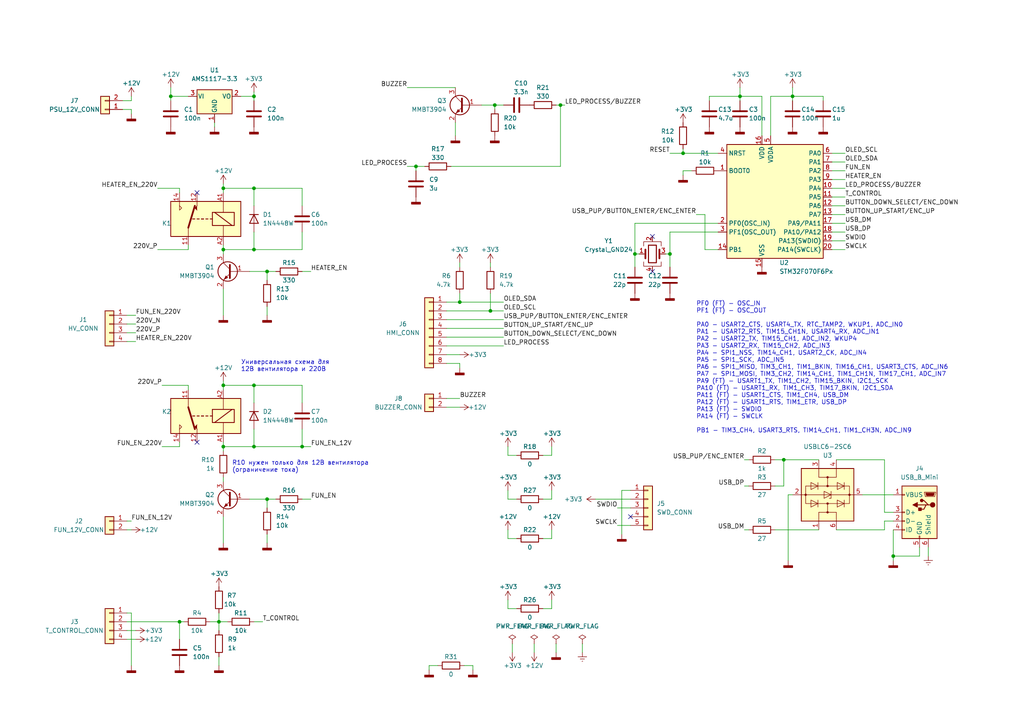
<source format=kicad_sch>
(kicad_sch (version 20211123) (generator eeschema)
  (paper "A4")
  (lib_symbols
    (symbol "Connector:USB_B_Mini" (pin_names (offset 1.016))
      (property "Reference" "J" (at -5.08 11.43 0))
      (property "Value" "USB_B_Mini" (at -5.08 8.89 0))
      (symbol "USB_B_Mini_1_1"
        (pin power_out line (at 7.62 5.08 180) (length 2.54) (name "VBUS") (number "1"))
        (pin bidirectional line (at 7.62 -2.54 180) (length 2.54) (name "D-") (number "2"))
        (pin bidirectional line (at 7.62 0 180) (length 2.54) (name "D+") (number "3"))
        (pin passive line (at 7.62 -5.08 180) (length 2.54) (name "ID") (number "4"))
        (pin power_out line (at 0 -10.16 90) (length 2.54) (name "GND") (number "5"))
        (pin passive line (at -2.54 -10.16 90) (length 2.54) (name "Shield") (number "6"))
      )
    )
    (symbol "Connector_Generic:Conn_01x02" (pin_names (offset 1.016) hide)
      (property "Reference" "J" (at 0 2.54 0))
      (property "Value" "Conn_01x02" (at 0 -5.08 0))
      (symbol "Conn_01x02_1_1"
        (pin passive line (at -5.08 0 0) (length 3.81) (name "Pin_1") (number "1"))
        (pin passive line (at -5.08 -2.54 0) (length 3.81) (name "Pin_2") (number "2"))
      )
    )
    (symbol "Connector_Generic:Conn_01x04" (pin_names (offset 1.016) hide)
      (property "Reference" "J" (at 0 5.08 0))
      (property "Value" "Conn_01x04" (at 0 -7.62 0))
      (symbol "Conn_01x04_1_1"
        (pin passive line (at -5.08 2.54 0) (length 3.81) (name "Pin_1") (number "1"))
        (pin passive line (at -5.08 0 0) (length 3.81) (name "Pin_2") (number "2"))
        (pin passive line (at -5.08 -2.54 0) (length 3.81) (name "Pin_3") (number "3"))
        (pin passive line (at -5.08 -5.08 0) (length 3.81) (name "Pin_4") (number "4"))
      )
    )
    (symbol "Connector_Generic:Conn_01x05" (pin_names (offset 1.016) hide)
      (property "Reference" "J" (at 0 7.62 0))
      (property "Value" "Conn_01x05" (at 0 -7.62 0))
      (symbol "Conn_01x05_1_1"
        (pin passive line (at -5.08 5.08 0) (length 3.81) (name "Pin_1") (number "1"))
        (pin passive line (at -5.08 2.54 0) (length 3.81) (name "Pin_2") (number "2"))
        (pin passive line (at -5.08 0 0) (length 3.81) (name "Pin_3") (number "3"))
        (pin passive line (at -5.08 -2.54 0) (length 3.81) (name "Pin_4") (number "4"))
        (pin passive line (at -5.08 -5.08 0) (length 3.81) (name "Pin_5") (number "5"))
      )
    )
    (symbol "Connector_Generic:Conn_01x08" (pin_names (offset 1.016) hide)
      (property "Reference" "J" (at 0 10.16 0))
      (property "Value" "Conn_01x08" (at 0 -12.7 0))
      (symbol "Conn_01x08_1_1"
        (pin passive line (at -5.08 7.62 0) (length 3.81) (name "Pin_1") (number "1"))
        (pin passive line (at -5.08 5.08 0) (length 3.81) (name "Pin_2") (number "2"))
        (pin passive line (at -5.08 2.54 0) (length 3.81) (name "Pin_3") (number "3"))
        (pin passive line (at -5.08 0 0) (length 3.81) (name "Pin_4") (number "4"))
        (pin passive line (at -5.08 -2.54 0) (length 3.81) (name "Pin_5") (number "5"))
        (pin passive line (at -5.08 -5.08 0) (length 3.81) (name "Pin_6") (number "6"))
        (pin passive line (at -5.08 -7.62 0) (length 3.81) (name "Pin_7") (number "7"))
        (pin passive line (at -5.08 -10.16 0) (length 3.81) (name "Pin_8") (number "8"))
      )
    )
    (symbol "Device:C" (pin_numbers hide) (pin_names (offset 0.254))
      (property "Reference" "C" (at 0.635 2.54 0))
      (property "Value" "C" (at 0.635 -2.54 0))
      (symbol "C_1_1"
        (pin passive line (at 0 3.81 270) (length 2.794) (name "~") (number "1"))
        (pin passive line (at 0 -3.81 90) (length 2.794) (name "~") (number "2"))
      )
    )
    (symbol "Device:Crystal_GND24" (pin_names (offset 1.016) hide)
      (property "Reference" "Y" (at 3.175 5.08 0))
      (property "Value" "Crystal_GND24" (at 3.175 3.175 0))
      (symbol "Crystal_GND24_1_1"
        (pin passive line (at -3.81 0 0) (length 1.27) (name "1") (number "1"))
        (pin passive line (at 0 5.08 270) (length 1.27) (name "2") (number "2"))
        (pin passive line (at 3.81 0 180) (length 1.27) (name "3") (number "3"))
        (pin passive line (at 0 -5.08 90) (length 1.27) (name "4") (number "4"))
      )
    )
    (symbol "Device:R" (pin_numbers hide) (pin_names (offset 0))
      (property "Reference" "R" (at 2.032 0 90))
      (property "Value" "R" (at 0 0 90))
      (symbol "R_1_1"
        (pin passive line (at 0 3.81 270) (length 1.27) (name "~") (number "1"))
        (pin passive line (at 0 -3.81 90) (length 1.27) (name "~") (number "2"))
      )
    )
    (symbol "Diode:1N4448W" (pin_numbers hide) (pin_names (offset 1.016) hide)
      (property "Reference" "D" (at 0 2.54 0))
      (property "Value" "1N4448W" (at 0 -2.54 0))
      (symbol "1N4448W_1_1"
        (pin passive line (at -3.81 0 0) (length 2.54) (name "K") (number "1"))
        (pin passive line (at 3.81 0 180) (length 2.54) (name "A") (number "2"))
      )
    )
    (symbol "MCU_ST_STM32F0:STM32F070F6Px"
      (property "Reference" "U?" (at -3.0606 -20.32 0))
      (property "Value" "STM32F070F6Px" (at -3.0606 -22.86 0))
      (symbol "STM32F070F6Px_1_1"
        (pin input line (at -17.78 7.62 0) (length 2.54) (name "BOOT0") (number "1"))
        (pin bidirectional line (at 15.24 2.54 180) (length 2.54) (name "PA4") (number "10"))
        (pin bidirectional line (at 15.24 0 180) (length 2.54) (name "PA5") (number "11"))
        (pin bidirectional line (at 15.24 -2.54 180) (length 2.54) (name "PA6") (number "12"))
        (pin bidirectional line (at 15.24 -5.08 180) (length 2.54) (name "PA7") (number "13"))
        (pin bidirectional line (at -17.78 -15.24 0) (length 2.54) (name "PB1") (number "14"))
        (pin power_in line (at -5.08 -20.32 90) (length 2.54) (name "VSS") (number "15"))
        (pin power_in line (at -5.08 17.78 270) (length 2.54) (name "VDD") (number "16"))
        (pin bidirectional line (at 15.24 -7.62 180) (length 2.54) (name "PA9/PA11") (number "17"))
        (pin bidirectional line (at 15.24 -10.16 180) (length 2.54) (name "PA10/PA12") (number "18"))
        (pin bidirectional line (at 15.24 -12.7 180) (length 2.54) (name "PA13(SWDIO)") (number "19"))
        (pin input line (at -17.78 -7.62 0) (length 2.54) (name "PF0(OSC_IN)") (number "2"))
        (pin bidirectional line (at 15.24 -15.24 180) (length 2.54) (name "PA14(SWCLK)") (number "20"))
        (pin input line (at -17.78 -10.16 0) (length 2.54) (name "PF1(OSC_OUT)") (number "3"))
        (pin input line (at -17.78 12.7 0) (length 2.54) (name "NRST") (number "4"))
        (pin power_in line (at -2.54 17.78 270) (length 2.54) (name "VDDA") (number "5"))
        (pin bidirectional line (at 15.24 12.7 180) (length 2.54) (name "PA0") (number "6"))
        (pin bidirectional line (at 15.24 10.16 180) (length 2.54) (name "PA1") (number "7"))
        (pin bidirectional line (at 15.24 7.62 180) (length 2.54) (name "PA2") (number "8"))
        (pin bidirectional line (at 15.24 5.08 180) (length 2.54) (name "PA3") (number "9"))
      )
    )
    (symbol "Power_Protection:USBLC6-2SC6" (pin_names hide)
      (property "Reference" "U" (at 2.54 8.89 0))
      (property "Value" "USBLC6-2SC6" (at 2.54 -8.89 0))
      (symbol "USBLC6-2SC6_1_1"
        (pin passive line (at -10.16 -2.54 0) (length 2.54) (name "I/O1") (number "1"))
        (pin passive line (at 0 -10.16 90) (length 2.54) (name "GND") (number "2"))
        (pin passive line (at 10.16 -2.54 180) (length 2.54) (name "I/O2") (number "3"))
        (pin passive line (at 10.16 2.54 180) (length 2.54) (name "I/O2") (number "4"))
        (pin passive line (at 0 10.16 270) (length 2.54) (name "VBUS") (number "5"))
        (pin passive line (at -10.16 2.54 0) (length 2.54) (name "I/O1") (number "6"))
      )
    )
    (symbol "Regulator_Linear:AMS1117-3.3" (pin_names (offset 0.254))
      (property "Reference" "U" (at -3.81 3.175 0))
      (property "Value" "AMS1117-3.3" (at 0 3.175 0))
      (symbol "AMS1117-3.3_1_1"
        (pin power_in line (at 0 -7.62 90) (length 2.54) (name "GND") (number "1"))
        (pin power_out line (at 7.62 0 180) (length 2.54) (name "VO") (number "2"))
        (pin power_in line (at -7.62 0 0) (length 2.54) (name "VI") (number "3"))
      )
    )
    (symbol "Relay:FINDER-36.11"
      (property "Reference" "K" (at 11.43 3.81 0))
      (property "Value" "FINDER-36.11" (at 11.43 1.27 0))
      (symbol "FINDER-36.11_1_1"
        (pin passive line (at 5.08 -7.62 90) (length 2.54) (name "~") (number "11"))
        (pin passive line (at 2.54 7.62 270) (length 2.54) (name "~") (number "12"))
        (pin passive line (at 7.62 7.62 270) (length 2.54) (name "~") (number "14"))
        (pin passive line (at -5.08 7.62 270) (length 2.54) (name "~") (number "A1"))
        (pin passive line (at -5.08 -7.62 90) (length 2.54) (name "~") (number "A2"))
      )
    )
    (symbol "Transistor_BJT:MMBT3904" (pin_names (offset 0) hide)
      (property "Reference" "Q" (at 5.08 1.905 0))
      (property "Value" "MMBT3904" (at 5.08 0 0))
      (symbol "MMBT3904_1_1"
        (pin input line (at -5.08 0 0) (length 5.715) (name "B") (number "1"))
        (pin passive line (at 2.54 -5.08 90) (length 2.54) (name "E") (number "2"))
        (pin passive line (at 2.54 5.08 270) (length 2.54) (name "C") (number "3"))
      )
    )
    (symbol "power:+12V" (power) (pin_names (offset 0))
      (property "Value" "+12V" (at 0 3.556 0))
      (symbol "+12V_1_1"
        (pin power_in line (at 0 0 90) (length 0) hide (name "+12V") (number "1"))
      )
    )
    (symbol "power:+3.3V" (power) (pin_names (offset 0))
      (property "Value" "+3.3V" (at 0 3.556 0))
      (symbol "+3.3V_1_1"
        (pin power_in line (at 0 0 90) (length 0) hide (name "+3V3") (number "1"))
      )
    )
    (symbol "power:GNDD" (power) (pin_names (offset 0))
      (property "Value" "GNDD" (at 0 -3.175 0))
      (symbol "GNDD_1_1"
        (pin power_in line (at 0 0 270) (length 0) hide (name "GNDD") (number "1"))
      )
    )
    (symbol "power:GNDREF" (power) (pin_names (offset 0))
      (property "Value" "GNDREF" (at 0 -3.81 0))
      (symbol "GNDREF_1_1"
        (pin power_in line (at 0 0 270) (length 0) hide (name "GNDREF") (number "1"))
      )
    )
    (symbol "power:PWR_FLAG" (power) (pin_numbers hide) (pin_names (offset 0) hide)
      (property "Value" "PWR_FLAG" (at 0 3.81 0))
      (symbol "PWR_FLAG_0_0"
        (pin power_out line (at 0 0 90) (length 0) (name "pwr") (number "1"))
      )
    )
  )
  (junction (at 73.66 27.94))
  (junction (at 143.51 30.48))
  (junction (at 77.47 144.78))
  (junction (at 120.65 48.26))
  (junction (at 73.66 111.76))
  (junction (at 73.66 54.61))
  (junction (at 162.56 30.48))
  (junction (at 87.63 129.54))
  (junction (at 214.63 27.94))
  (junction (at 77.47 78.74))
  (junction (at 73.66 72.39))
  (junction (at 73.66 129.54))
  (junction (at 142.24 90.17))
  (junction (at 63.5 180.34))
  (junction (at 133.35 87.63))
  (junction (at 259.08 161.29))
  (junction (at 52.07 180.34))
  (junction (at 64.77 54.61))
  (junction (at 49.53 27.94))
  (junction (at 229.87 27.94))
  (junction (at 184.15 73.66))
  (junction (at 64.77 111.76))
  (junction (at 194.31 73.66))
  (junction (at 198.12 44.45))
  (junction (at 64.77 129.54))
  (junction (at 227.33 133.35))
  (junction (at 64.77 72.39))
  (no_connect (at 57.15 55.88))
  (no_connect (at 57.15 128.27))
  (no_connect (at 189.23 68.58))
  (no_connect (at 189.23 78.74))
  (no_connect (at 182.88 149.86))
  (wire (pts (xy 87.63 129.54) (xy 90.17 129.54)))
  (wire (pts (xy 147.32 176.53) (xy 147.32 173.99)))
  (wire (pts (xy 77.47 78.74) (xy 72.39 78.74)))
  (wire (pts (xy 49.53 27.94) (xy 49.53 29.21)))
  (wire (pts (xy 160.02 176.53) (xy 160.02 173.99)))
  (wire (pts (xy 133.35 85.09) (xy 133.35 87.63)))
  (wire (pts (xy 38.1 31.75) (xy 38.1 33.02)))
  (wire (pts (xy 146.05 87.63) (xy 133.35 87.63)))
  (wire (pts (xy 36.83 91.44) (xy 39.37 91.44)))
  (wire (pts (xy 73.66 129.54) (xy 87.63 129.54)))
  (wire (pts (xy 241.3 52.07) (xy 245.11 52.07)))
  (wire (pts (xy 64.77 54.61) (xy 64.77 55.88)))
  (wire (pts (xy 198.12 44.45) (xy 208.28 44.45)))
  (wire (pts (xy 168.91 186.69) (xy 168.91 189.23)))
  (wire (pts (xy 245.11 57.15) (xy 241.3 57.15)))
  (wire (pts (xy 214.63 25.4) (xy 214.63 27.94)))
  (wire (pts (xy 245.11 54.61) (xy 241.3 54.61)))
  (wire (pts (xy 49.53 27.94) (xy 54.61 27.94)))
  (wire (pts (xy 90.17 78.74) (xy 87.63 78.74)))
  (wire (pts (xy 241.3 49.53) (xy 245.11 49.53)))
  (wire (pts (xy 46.99 129.54) (xy 52.07 129.54)))
  (wire (pts (xy 39.37 99.06) (xy 36.83 99.06)))
  (wire (pts (xy 223.52 27.94) (xy 229.87 27.94)))
  (wire (pts (xy 238.76 27.94) (xy 229.87 27.94)))
  (wire (pts (xy 242.57 153.67) (xy 256.54 153.67)))
  (wire (pts (xy 118.11 25.4) (xy 132.08 25.4)))
  (wire (pts (xy 204.47 62.23) (xy 201.93 62.23)))
  (wire (pts (xy 60.96 180.34) (xy 63.5 180.34)))
  (wire (pts (xy 160.02 144.78) (xy 160.02 142.24)))
  (wire (pts (xy 77.47 88.9) (xy 77.47 91.44)))
  (wire (pts (xy 142.24 85.09) (xy 142.24 90.17)))
  (wire (pts (xy 129.54 102.87) (xy 133.35 102.87)))
  (wire (pts (xy 63.5 193.04) (xy 63.5 190.5)))
  (wire (pts (xy 205.74 29.21) (xy 205.74 27.94)))
  (wire (pts (xy 87.63 54.61) (xy 73.66 54.61)))
  (wire (pts (xy 87.63 111.76) (xy 73.66 111.76)))
  (wire (pts (xy 147.32 132.08) (xy 147.32 129.54)))
  (wire (pts (xy 64.77 72.39) (xy 64.77 71.12)))
  (wire (pts (xy 149.86 156.21) (xy 147.32 156.21)))
  (wire (pts (xy 143.51 30.48) (xy 146.05 30.48)))
  (wire (pts (xy 179.07 152.4) (xy 182.88 152.4)))
  (wire (pts (xy 205.74 27.94) (xy 214.63 27.94)))
  (wire (pts (xy 266.7 161.29) (xy 259.08 161.29)))
  (wire (pts (xy 229.87 27.94) (xy 229.87 29.21)))
  (wire (pts (xy 245.11 46.99) (xy 241.3 46.99)))
  (wire (pts (xy 127 193.04) (xy 124.46 193.04)))
  (wire (pts (xy 54.61 113.03) (xy 54.61 111.76)))
  (wire (pts (xy 124.46 193.04) (xy 124.46 194.31)))
  (wire (pts (xy 73.66 54.61) (xy 64.77 54.61)))
  (wire (pts (xy 198.12 43.18) (xy 198.12 44.45)))
  (wire (pts (xy 73.66 116.84) (xy 73.66 111.76)))
  (wire (pts (xy 162.56 48.26) (xy 162.56 30.48)))
  (wire (pts (xy 129.54 95.25) (xy 146.05 95.25)))
  (wire (pts (xy 49.53 25.4) (xy 49.53 27.94)))
  (wire (pts (xy 39.37 182.88) (xy 36.83 182.88)))
  (wire (pts (xy 77.47 154.94) (xy 77.47 157.48)))
  (wire (pts (xy 142.24 90.17) (xy 146.05 90.17)))
  (wire (pts (xy 157.48 132.08) (xy 160.02 132.08)))
  (wire (pts (xy 227.33 140.97) (xy 224.79 140.97)))
  (wire (pts (xy 194.31 67.31) (xy 194.31 73.66)))
  (wire (pts (xy 52.07 55.88) (xy 52.07 54.61)))
  (wire (pts (xy 133.35 87.63) (xy 129.54 87.63)))
  (wire (pts (xy 130.81 48.26) (xy 162.56 48.26)))
  (wire (pts (xy 87.63 67.31) (xy 87.63 72.39)))
  (wire (pts (xy 137.16 193.04) (xy 137.16 194.31)))
  (wire (pts (xy 160.02 132.08) (xy 160.02 129.54)))
  (wire (pts (xy 214.63 27.94) (xy 214.63 29.21)))
  (wire (pts (xy 120.65 48.26) (xy 120.65 49.53)))
  (wire (pts (xy 147.32 156.21) (xy 147.32 153.67)))
  (wire (pts (xy 241.3 59.69) (xy 245.11 59.69)))
  (wire (pts (xy 64.77 129.54) (xy 64.77 128.27)))
  (wire (pts (xy 64.77 149.86) (xy 64.77 157.48)))
  (wire (pts (xy 224.79 153.67) (xy 237.49 153.67)))
  (wire (pts (xy 77.47 144.78) (xy 77.47 147.32)))
  (wire (pts (xy 157.48 144.78) (xy 160.02 144.78)))
  (wire (pts (xy 256.54 148.59) (xy 256.54 133.35)))
  (wire (pts (xy 76.2 180.34) (xy 73.66 180.34)))
  (wire (pts (xy 129.54 118.11) (xy 133.35 118.11)))
  (wire (pts (xy 220.98 39.37) (xy 220.98 27.94)))
  (wire (pts (xy 38.1 177.8) (xy 36.83 177.8)))
  (wire (pts (xy 143.51 226.06) (xy 143.51 227.33)))
  (wire (pts (xy 63.5 177.8) (xy 63.5 180.34)))
  (wire (pts (xy 64.77 83.82) (xy 64.77 91.44)))
  (wire (pts (xy 143.51 30.48) (xy 143.51 31.75)))
  (wire (pts (xy 36.83 96.52) (xy 39.37 96.52)))
  (wire (pts (xy 162.56 30.48) (xy 163.83 30.48)))
  (wire (pts (xy 132.08 39.37) (xy 132.08 35.56)))
  (wire (pts (xy 149.86 132.08) (xy 147.32 132.08)))
  (wire (pts (xy 259.08 148.59) (xy 256.54 148.59)))
  (wire (pts (xy 36.83 180.34) (xy 52.07 180.34)))
  (wire (pts (xy 87.63 124.46) (xy 87.63 129.54)))
  (wire (pts (xy 184.15 64.77) (xy 208.28 64.77)))
  (wire (pts (xy 73.66 111.76) (xy 64.77 111.76)))
  (wire (pts (xy 54.61 72.39) (xy 54.61 71.12)))
  (wire (pts (xy 77.47 78.74) (xy 77.47 81.28)))
  (wire (pts (xy 184.15 64.77) (xy 184.15 73.66)))
  (wire (pts (xy 256.54 153.67) (xy 256.54 151.13)))
  (wire (pts (xy 38.1 31.75) (xy 35.56 31.75)))
  (wire (pts (xy 73.66 27.94) (xy 73.66 26.67)))
  (wire (pts (xy 242.57 133.35) (xy 256.54 133.35)))
  (wire (pts (xy 180.34 154.94) (xy 180.34 142.24)))
  (wire (pts (xy 45.72 72.39) (xy 54.61 72.39)))
  (wire (pts (xy 64.77 129.54) (xy 64.77 130.81)))
  (wire (pts (xy 73.66 67.31) (xy 73.66 72.39)))
  (wire (pts (xy 36.83 185.42) (xy 39.37 185.42)))
  (wire (pts (xy 129.54 97.79) (xy 146.05 97.79)))
  (wire (pts (xy 80.01 144.78) (xy 77.47 144.78)))
  (wire (pts (xy 80.01 78.74) (xy 77.47 78.74)))
  (wire (pts (xy 250.19 143.51) (xy 259.08 143.51)))
  (wire (pts (xy 134.62 193.04) (xy 137.16 193.04)))
  (wire (pts (xy 63.5 180.34) (xy 66.04 180.34)))
  (wire (pts (xy 64.77 110.49) (xy 64.77 111.76)))
  (wire (pts (xy 172.72 144.78) (xy 182.88 144.78)))
  (wire (pts (xy 64.77 72.39) (xy 64.77 73.66)))
  (wire (pts (xy 38.1 177.8) (xy 38.1 193.04)))
  (wire (pts (xy 229.87 25.4) (xy 229.87 27.94)))
  (wire (pts (xy 204.47 72.39) (xy 204.47 62.23)))
  (wire (pts (xy 160.02 156.21) (xy 160.02 153.67)))
  (wire (pts (xy 87.63 116.84) (xy 87.63 111.76)))
  (wire (pts (xy 133.35 76.2) (xy 133.35 77.47)))
  (wire (pts (xy 259.08 161.29) (xy 259.08 162.56)))
  (wire (pts (xy 118.11 48.26) (xy 120.65 48.26)))
  (wire (pts (xy 161.29 186.69) (xy 161.29 189.23)))
  (wire (pts (xy 73.66 59.69) (xy 73.66 54.61)))
  (wire (pts (xy 73.66 72.39) (xy 64.77 72.39)))
  (wire (pts (xy 64.77 138.43) (xy 64.77 139.7)))
  (wire (pts (xy 224.79 133.35) (xy 227.33 133.35)))
  (wire (pts (xy 130.81 226.06) (xy 130.81 227.33)))
  (wire (pts (xy 142.24 90.17) (xy 129.54 90.17)))
  (wire (pts (xy 217.17 133.35) (xy 215.9 133.35)))
  (wire (pts (xy 87.63 59.69) (xy 87.63 54.61)))
  (wire (pts (xy 54.61 111.76) (xy 46.99 111.76)))
  (wire (pts (xy 200.66 49.53) (xy 198.12 49.53)))
  (wire (pts (xy 259.08 153.67) (xy 259.08 161.29)))
  (wire (pts (xy 269.24 158.75) (xy 269.24 161.29)))
  (wire (pts (xy 149.86 176.53) (xy 147.32 176.53)))
  (wire (pts (xy 38.1 29.21) (xy 38.1 27.94)))
  (wire (pts (xy 227.33 133.35) (xy 237.49 133.35)))
  (wire (pts (xy 73.66 124.46) (xy 73.66 129.54)))
  (wire (pts (xy 227.33 133.35) (xy 227.33 140.97)))
  (wire (pts (xy 142.24 76.2) (xy 142.24 77.47)))
  (wire (pts (xy 198.12 49.53) (xy 198.12 50.8)))
  (wire (pts (xy 194.31 44.45) (xy 198.12 44.45)))
  (wire (pts (xy 129.54 92.71) (xy 146.05 92.71)))
  (wire (pts (xy 38.1 151.13) (xy 36.83 151.13)))
  (wire (pts (xy 154.94 186.69) (xy 154.94 189.23)))
  (wire (pts (xy 208.28 67.31) (xy 194.31 67.31)))
  (wire (pts (xy 77.47 144.78) (xy 72.39 144.78)))
  (wire (pts (xy 241.3 62.23) (xy 245.11 62.23)))
  (wire (pts (xy 38.1 153.67) (xy 36.83 153.67)))
  (wire (pts (xy 241.3 72.39) (xy 245.11 72.39)))
  (wire (pts (xy 223.52 39.37) (xy 223.52 27.94)))
  (wire (pts (xy 266.7 158.75) (xy 266.7 161.29)))
  (wire (pts (xy 64.77 111.76) (xy 64.77 113.03)))
  (wire (pts (xy 217.17 153.67) (xy 215.9 153.67)))
  (wire (pts (xy 228.6 143.51) (xy 229.87 143.51)))
  (wire (pts (xy 238.76 29.21) (xy 238.76 27.94)))
  (wire (pts (xy 120.65 48.26) (xy 123.19 48.26)))
  (wire (pts (xy 184.15 73.66) (xy 184.15 77.47)))
  (wire (pts (xy 129.54 100.33) (xy 146.05 100.33)))
  (wire (pts (xy 129.54 115.57) (xy 133.35 115.57)))
  (wire (pts (xy 228.6 162.56) (xy 228.6 143.51)))
  (wire (pts (xy 245.11 44.45) (xy 241.3 44.45)))
  (wire (pts (xy 36.83 93.98) (xy 39.37 93.98)))
  (wire (pts (xy 220.98 27.94) (xy 214.63 27.94)))
  (wire (pts (xy 256.54 151.13) (xy 259.08 151.13)))
  (wire (pts (xy 193.04 73.66) (xy 194.31 73.66)))
  (wire (pts (xy 52.07 180.34) (xy 53.34 180.34)))
  (wire (pts (xy 161.29 30.48) (xy 162.56 30.48)))
  (wire (pts (xy 241.3 69.85) (xy 245.11 69.85)))
  (wire (pts (xy 157.48 156.21) (xy 160.02 156.21)))
  (wire (pts (xy 52.07 180.34) (xy 52.07 185.42)))
  (wire (pts (xy 52.07 54.61) (xy 45.72 54.61)))
  (wire (pts (xy 148.59 186.69) (xy 148.59 189.23)))
  (wire (pts (xy 241.3 67.31) (xy 245.11 67.31)))
  (wire (pts (xy 157.48 176.53) (xy 160.02 176.53)))
  (wire (pts (xy 217.17 140.97) (xy 215.9 140.97)))
  (wire (pts (xy 133.35 226.06) (xy 130.81 226.06)))
  (wire (pts (xy 133.35 105.41) (xy 133.35 106.68)))
  (wire (pts (xy 179.07 147.32) (xy 182.88 147.32)))
  (wire (pts (xy 208.28 72.39) (xy 204.47 72.39)))
  (wire (pts (xy 73.66 129.54) (xy 64.77 129.54)))
  (wire (pts (xy 35.56 29.21) (xy 38.1 29.21)))
  (wire (pts (xy 63.5 180.34) (xy 63.5 182.88)))
  (wire (pts (xy 129.54 105.41) (xy 133.35 105.41)))
  (wire (pts (xy 87.63 72.39) (xy 73.66 72.39)))
  (wire (pts (xy 184.15 73.66) (xy 185.42 73.66)))
  (wire (pts (xy 241.3 64.77) (xy 245.11 64.77)))
  (wire (pts (xy 64.77 53.34) (xy 64.77 54.61)))
  (wire (pts (xy 52.07 129.54) (xy 52.07 128.27)))
  (wire (pts (xy 194.31 73.66) (xy 194.31 77.47)))
  (wire (pts (xy 149.86 144.78) (xy 147.32 144.78)))
  (wire (pts (xy 73.66 27.94) (xy 73.66 29.21)))
  (wire (pts (xy 139.7 30.48) (xy 143.51 30.48)))
  (wire (pts (xy 180.34 142.24) (xy 182.88 142.24)))
  (wire (pts (xy 69.85 27.94) (xy 73.66 27.94)))
  (wire (pts (xy 90.17 144.78) (xy 87.63 144.78)))
  (wire (pts (xy 147.32 144.78) (xy 147.32 142.24)))
  (wire (pts (xy 140.97 226.06) (xy 143.51 226.06)))
  (wire (pts (xy 62.23 35.56) (xy 62.23 36.83)))
  (text "Универсальная схема для\n12В вентилятора и 220В" (at 69.85 107.95 0) (effects (font (size 1.27 1.27)) (justify left bottom)))
  (text "PF0 (FT) - OSC_IN\nPF1 (FT) - OSC_OUT\n\nPA0 - USART2_CTS, USART4_TX, RTC_TAMP2, WKUP1, ADC_IN0\nPA1 - USART2_RTS, TIM15_CH1N, USART4_RX, ADC_IN1\nPA2 - USART2_TX, TIM15_CH1, ADC_IN2, WKUP4\nPA3 - USART2_RX, TIM15_CH2, ADC_IN3\nPA4 - SPI1_NSS, TIM14_CH1, USART2_CK, ADC_IN4\nPA5 - SPI1_SCK, ADC_IN5\nPA6 - SPI1_MISO, TIM3_CH1, TIM1_BKIN, TIM16_CH1, USART3_CTS, ADC_IN6\nPA7 - SPI1_MOSI, TIM3_CH2, TIM14_CH1, TIM1_CH1N, TIM17_CH1, ADC_IN7\nPA9 (FT) - USART1_TX, TIM1_CH2, TIM15_BKIN, I2C1_SCK\nPA10 (FT) - USART1_RX, TIM1_CH3, TIM17_BKIN, I2C1_SDA\nPA11 (FT) - USART1_CTS, TIM1_CH4, USB_DM\nPA12 (FT) - USART1_RTS, TIM1_ETR, USB_DP\nPA13 (FT) - SWDIO\nPA14 (FT) - SWCLK\n\nPB1 - TIM3_CH4, USART3_RTS, TIM14_CH1, TIM1_CH3N, ADC_IN9" (at 201.93 125.73 0) (effects (font (size 1.27 1.27)) (justify left bottom)))
  (text "R10 нужен только для 12В вентилятора\n(ограничение тока)" (at 67.31 137.16 0) (effects (font (size 1.27 1.27)) (justify left bottom)))
  (label "FUN_EN_220V" (at 39.37 91.44 0))
  (label "USB_DM" (at 215.9 153.67 180))
  (label "SWDIO" (at 179.07 147.32 180))
  (label "RESET" (at 194.31 44.45 180))
  (label "220V_P" (at 46.99 111.76 180))
  (label "T_CONTROL" (at 76.2 180.34 0))
  (label "OLED_SCL" (at 245.11 44.45 0))
  (label "BUTTON_DOWN_SELECT{slash}ENC_DOWN" (at 146.05 97.79 0))
  (label "HEATER_EN_220V" (at 39.37 99.06 0))
  (label "FUN_EN" (at 90.17 144.78 0))
  (label "T_CONTROL" (at 245.11 57.15 0))
  (label "BUZZER" (at 118.11 25.4 180))
  (label "HEATER_EN_220V" (at 45.72 54.61 180))
  (label "USB_PUP{slash}ENC_ENTER" (at 215.9 133.35 180))
  (label "BUTTON_UP_START{slash}ENC_UP" (at 146.05 95.25 0))
  (label "FUN_EN_12V" (at 90.17 129.54 0))
  (label "220V_N" (at 39.37 93.98 0))
  (label "FUN_EN_12V" (at 38.1 151.13 0))
  (label "FUN_EN_220V" (at 46.99 129.54 180))
  (label "220V_P" (at 39.37 96.52 0))
  (label "OLED_SCL" (at 146.05 90.17 0))
  (label "BUZZER" (at 133.35 115.57 0))
  (label "USB_DP" (at 215.9 140.97 180))
  (label "LED_PROCESS{slash}BUZZER" (at 163.83 30.48 0))
  (label "LED_PROCESS{slash}BUZZER" (at 245.11 54.61 0))
  (label "FUN_EN" (at 245.11 49.53 0))
  (label "LED_PROCESS" (at 146.05 100.33 0))
  (label "LED_PROCESS" (at 118.11 48.26 180))
  (label "SWDIO" (at 245.11 69.85 0))
  (label "USB_PUP{slash}BUTTON_ENTER{slash}ENC_ENTER" (at 201.93 62.23 180))
  (label "HEATER_EN" (at 90.17 78.74 0))
  (label "USB_DP" (at 245.11 67.31 0))
  (label "SWCLK" (at 245.11 72.39 0))
  (label "USB_DM" (at 245.11 64.77 0))
  (label "OLED_SDA" (at 146.05 87.63 0))
  (label "BUTTON_UP_START{slash}ENC_UP" (at 245.11 62.23 0))
  (label "USB_PUP{slash}BUTTON_ENTER{slash}ENC_ENTER" (at 146.05 92.71 0))
  (label "220V_P" (at 45.72 72.39 180))
  (label "BUTTON_DOWN_SELECT{slash}ENC_DOWN" (at 245.11 59.69 0))
  (label "OLED_SDA" (at 245.11 46.99 0))
  (label "HEATER_EN" (at 245.11 52.07 0))
  (label "SWCLK" (at 179.07 152.4 180))
  (symbol (lib_id "Device:R") (at 198.12 39.37 0) (mirror y) (unit 1)
    (property "Reference" "R12" (at 195.58 38.0999 0) (effects (justify left)))
    (property "Value" "10k" (at 195.58 40.6399 0) (effects (justify left)))
    (property "Footprint" "Resistor_SMD:R_0805_2012Metric" (effects hide))
  )
  (symbol (lib_id "power:+3.3V") (at 142.24 76.2 0) (mirror y) (unit 1)
    (property "Reference" "#PWR036" (effects hide))
    (property "Value" "+3.3V" (at 144.78 72.39 0) (effects (justify left)))
  )
  (symbol (lib_id "Device:R") (at 153.67 144.78 90) (unit 1)
    (property "Reference" "R27" (at 153.67 142.24 90))
    (property "Value" "0" (at 153.67 147.32 90))
    (property "Footprint" "Resistor_SMD:R_1206_3216Metric" (effects hide))
  )
  (symbol (lib_id "power:PWR_FLAG") (at 154.94 186.69 0) (unit 1)
    (property "Reference" "#FLG0102" (effects hide))
    (property "Value" "PWR_FLAG" (at 154.94 181.61 0))
  )
  (symbol (lib_id "power:GNDD") (at 132.08 39.37 0) (unit 1)
    (property "Reference" "#PWR032" (effects hide))
    (property "Value" "GNDD" (effects hide))
  )
  (symbol (lib_id "Device:R") (at 63.5 173.99 0) (mirror y) (unit 1)
    (property "Reference" "R7" (at 68.58 172.72 0) (effects (justify left)))
    (property "Value" "10k" (at 68.58 175.26 0) (effects (justify left)))
    (property "Footprint" "Resistor_SMD:R_0805_2012Metric" (effects hide))
  )
  (symbol (lib_id "Connector_Generic:Conn_01x08") (at 124.46 95.25 0) (mirror y) (unit 1)
    (property "Reference" "J6" (at 116.84 93.98 0))
    (property "Value" "HMI_CONN" (at 116.84 96.52 0))
    (property "Footprint" "Connector_PinHeader_2.54mm:PinHeader_1x08_P2.54mm_Horizontal" (effects hide))
  )
  (symbol (lib_id "power:PWR_FLAG") (at 148.59 186.69 0) (unit 1)
    (property "Reference" "#FLG0101" (effects hide))
    (property "Value" "PWR_FLAG" (at 148.59 181.61 0))
  )
  (symbol (lib_id "Connector:USB_B_Mini") (at 266.7 148.59 0) (mirror y) (unit 1)
    (property "Reference" "J4" (at 266.7 135.89 0))
    (property "Value" "USB_B_Mini" (at 266.7 138.43 0))
    (property "Footprint" "Connector_USB:USB_Mini-B_Lumberg_2486_01_Horizontal" (effects hide))
  )
  (symbol (lib_id "power:GNDD") (at 52.07 193.04 0) (unit 1)
    (property "Reference" "#PWR013" (effects hide))
    (property "Value" "GNDD" (effects hide))
  )
  (symbol (lib_id "power:GNDREF") (at 168.91 189.23 0) (unit 1)
    (property "Reference" "#PWR?" (effects hide))
    (property "Value" "GNDREF" (effects hide))
  )
  (symbol (lib_id "Connector_Generic:Conn_01x02") (at 124.46 115.57 0) (mirror y) (unit 1)
    (property "Reference" "J8" (at 115.57 115.57 0))
    (property "Value" "BUZZER_CONN" (at 115.57 118.11 0))
    (property "Footprint" "Connector_PinHeader_2.54mm:PinHeader_1x02_P2.54mm_Horizontal" (effects hide))
  )
  (symbol (lib_id "power:GNDD") (at 64.77 157.48 0) (unit 1)
    (property "Reference" "#PWR026" (effects hide))
    (property "Value" "GNDD" (effects hide))
  )
  (symbol (lib_id "Device:C") (at 120.65 53.34 0) (unit 1)
    (property "Reference" "C9" (at 124.46 52.0699 0) (effects (justify left)))
    (property "Value" "3u" (at 124.46 54.6099 0) (effects (justify left)))
    (property "Footprint" "Capacitor_SMD:C_0805_2012Metric" (effects hide))
  )
  (symbol (lib_id "power:+3.3V") (at 160.02 142.24 0) (unit 1)
    (property "Reference" "#PWR0105" (effects hide))
    (property "Value" "+3.3V" (at 157.48 138.43 0) (effects (justify left)))
  )
  (symbol (lib_id "Device:C") (at 184.15 81.28 0) (unit 1)
    (property "Reference" "C11" (at 177.8 80.01 0) (effects (justify left)))
    (property "Value" "22p" (at 177.8 82.55 0) (effects (justify left)))
    (property "Footprint" "Capacitor_SMD:C_0603_1608Metric" (effects hide))
  )
  (symbol (lib_id "Device:R") (at 127 48.26 90) (mirror x) (unit 1)
    (property "Reference" "R17" (at 127 43.18 90))
    (property "Value" "330" (at 127 45.72 90))
    (property "Footprint" "Resistor_SMD:R_0805_2012Metric" (effects hide))
  )
  (symbol (lib_id "Device:R") (at 220.98 153.67 270) (unit 1)
    (property "Reference" "R5" (at 220.98 151.13 90))
    (property "Value" "27" (at 220.98 156.21 90))
    (property "Footprint" "Resistor_SMD:R_1206_3216Metric" (effects hide))
  )
  (symbol (lib_id "Device:C") (at 205.74 33.02 0) (unit 1)
    (property "Reference" "C13" (at 208.28 31.75 0) (effects (justify left)))
    (property "Value" "4.7u" (at 208.28 34.29 0) (effects (justify left)))
    (property "Footprint" "Capacitor_SMD:C_0805_2012Metric" (effects hide))
  )
  (symbol (lib_id "power:GNDD") (at 220.98 77.47 0) (unit 1)
    (property "Reference" "#PWR011" (effects hide))
    (property "Value" "GNDD" (effects hide))
  )
  (symbol (lib_id "power:GNDD") (at 130.81 227.33 0) (unit 1)
    (property "Reference" "#PWR010" (effects hide))
    (property "Value" "GNDD" (effects hide))
  )
  (symbol (lib_id "Device:R") (at 83.82 144.78 270) (mirror x) (unit 1)
    (property "Reference" "R16" (at 83.82 142.24 90))
    (property "Value" "330" (at 83.82 147.32 90))
    (property "Footprint" "Resistor_SMD:R_0805_2012Metric" (effects hide))
  )
  (symbol (lib_id "power:GNDD") (at 184.15 85.09 0) (unit 1)
    (property "Reference" "#PWR040" (effects hide))
    (property "Value" "GNDD" (effects hide))
  )
  (symbol (lib_id "power:+12V") (at 133.35 118.11 270) (unit 1)
    (property "Reference" "#PWR035" (effects hide))
    (property "Value" "+12V" (at 138.43 118.11 90))
  )
  (symbol (lib_id "power:GNDD") (at 228.6 162.56 0) (mirror y) (unit 1)
    (property "Reference" "#PWR047" (effects hide))
    (property "Value" "GNDD" (effects hide))
  )
  (symbol (lib_id "Diode:1N4448W") (at 73.66 63.5 270) (unit 1)
    (property "Reference" "D1" (at 76.2 62.2299 90) (effects (justify left)))
    (property "Value" "1N4448W" (at 76.2 64.7699 90) (effects (justify left)))
    (property "Footprint" "Diode_SMD:D_SOD-123" (effects hide))
    (property "Datasheet" "https://www.vishay.com/docs/85722/1n4448w.pdf" (effects hide))
  )
  (symbol (lib_id "Device:C") (at 49.53 33.02 0) (unit 1)
    (property "Reference" "C1" (at 53.34 31.7499 0) (effects (justify left)))
    (property "Value" "100n" (at 53.34 34.2899 0) (effects (justify left)))
    (property "Footprint" "Capacitor_SMD:C_0805_2012Metric" (effects hide))
  )
  (symbol (lib_id "Connector_Generic:Conn_01x05") (at 187.96 147.32 0) (unit 1)
    (property "Reference" "J5" (at 190.5 146.0499 0) (effects (justify left)))
    (property "Value" "SWD_CONN" (at 190.5 148.5899 0) (effects (justify left)))
    (property "Footprint" "Connector_PinHeader_2.54mm:PinHeader_1x05_P2.54mm_Vertical" (effects hide))
  )
  (symbol (lib_id "power:GNDD") (at 77.47 91.44 0) (mirror y) (unit 1)
    (property "Reference" "#PWR028" (effects hide))
    (property "Value" "GNDD" (effects hide))
  )
  (symbol (lib_id "power:GNDD") (at 194.31 85.09 0) (unit 1)
    (property "Reference" "#PWR049" (effects hide))
    (property "Value" "GNDD" (effects hide))
  )
  (symbol (lib_id "power:GNDD") (at 63.5 193.04 0) (unit 1)
    (property "Reference" "#PWR016" (effects hide))
    (property "Value" "GNDD" (effects hide))
  )
  (symbol (lib_id "Device:R") (at 77.47 85.09 0) (mirror y) (unit 1)
    (property "Reference" "R13" (at 80.01 83.8199 0) (effects (justify right)))
    (property "Value" "10k" (at 80.01 86.3599 0) (effects (justify right)))
    (property "Footprint" "Resistor_SMD:R_0805_2012Metric" (effects hide))
  )
  (symbol (lib_id "Device:R") (at 142.24 81.28 0) (mirror y) (unit 1)
    (property "Reference" "R19" (at 144.78 80.0099 0) (effects (justify right)))
    (property "Value" "4.7k" (at 144.78 82.5499 0) (effects (justify right)))
    (property "Footprint" "Resistor_SMD:R_0805_2012Metric" (effects hide))
  )
  (symbol (lib_id "Device:C") (at 73.66 33.02 0) (unit 1)
    (property "Reference" "C2" (at 77.47 31.7499 0) (effects (justify left)))
    (property "Value" "100n" (at 77.47 34.2899 0) (effects (justify left)))
    (property "Footprint" "Capacitor_SMD:C_0805_2012Metric" (effects hide))
  )
  (symbol (lib_id "power:GNDD") (at 143.51 39.37 0) (unit 1)
    (property "Reference" "#PWR037" (effects hide))
    (property "Value" "GNDD" (effects hide))
  )
  (symbol (lib_id "Device:R") (at 153.67 176.53 90) (unit 1)
    (property "Reference" "R26" (at 153.67 173.99 90))
    (property "Value" "0" (at 153.67 179.07 90))
    (property "Footprint" "Resistor_SMD:R_1206_3216Metric" (effects hide))
  )
  (symbol (lib_id "power:+12V") (at 39.37 185.42 270) (unit 1)
    (property "Reference" "#PWR0104" (effects hide))
    (property "Value" "+12V" (at 44.45 185.42 90))
  )
  (symbol (lib_id "power:+3.3V") (at 63.5 170.18 0) (unit 1)
    (property "Reference" "#PWR015" (effects hide))
    (property "Value" "+3.3V" (at 60.96 166.37 0) (effects (justify left)))
  )
  (symbol (lib_id "power:GNDD") (at 198.12 50.8 0) (unit 1)
    (property "Reference" "#PWR09" (effects hide))
    (property "Value" "GNDD" (effects hide))
  )
  (symbol (lib_id "power:GNDD") (at 64.77 91.44 0) (unit 1)
    (property "Reference" "#PWR018" (effects hide))
    (property "Value" "GNDD" (effects hide))
  )
  (symbol (lib_id "Device:C") (at 87.63 63.5 0) (unit 1)
    (property "Reference" "C6" (at 90.17 62.23 0) (effects (justify left)))
    (property "Value" "100n" (at 90.17 64.77 0) (effects (justify left)))
    (property "Footprint" "Capacitor_SMD:C_0805_2012Metric" (effects hide))
  )
  (symbol (lib_id "Transistor_BJT:MMBT3904") (at 67.31 144.78 0) (mirror y) (unit 1)
    (property "Reference" "Q2" (at 62.23 143.5099 0) (effects (justify left)))
    (property "Value" "MMBT3904" (at 62.23 146.0499 0) (effects (justify left)))
    (property "Footprint" "Package_TO_SOT_SMD:SOT-23" (effects hide))
    (property "Datasheet" "https://www.onsemi.com/pub/Collateral/2N3903-D.PDF" (effects hide))
  )
  (symbol (lib_id "Device:R") (at 153.67 156.21 90) (unit 1)
    (property "Reference" "R22" (at 153.67 153.67 90))
    (property "Value" "0" (at 153.67 158.75 90))
    (property "Footprint" "Resistor_SMD:R_1206_3216Metric" (effects hide))
  )
  (symbol (lib_id "MCU_ST_STM32F0:STM32F070F6Px") (at 226.06 57.15 0) (unit 1)
    (property "Reference" "U2" (at 226.06 76.2 0) (effects (justify left)))
    (property "Value" "STM32F070F6Px" (at 226.06 78.74 0) (effects (justify left)))
    (property "Footprint" "Package_SO:TSSOP-20_4.4x6.5mm_P0.65mm" (effects hide))
    (property "Datasheet" "http://www.st.com/st-web-ui/static/active/en/resource/technical/document/datasheet/DM00141386.pdf" (effects hide))
  )
  (symbol (lib_id "Device:R") (at 57.15 180.34 90) (unit 1)
    (property "Reference" "R4" (at 57.15 177.8 90))
    (property "Value" "10k" (at 57.15 182.88 90))
    (property "Footprint" "Resistor_SMD:R_0805_2012Metric" (effects hide))
  )
  (symbol (lib_id "power:GNDD") (at 259.08 162.56 0) (mirror y) (unit 1)
    (property "Reference" "#PWR0117" (effects hide))
    (property "Value" "GNDD" (effects hide))
  )
  (symbol (lib_id "Device:R") (at 63.5 186.69 0) (unit 1)
    (property "Reference" "R9" (at 66.04 185.4199 0) (effects (justify left)))
    (property "Value" "1k" (at 66.04 187.9599 0) (effects (justify left)))
    (property "Footprint" "Resistor_SMD:R_0805_2012Metric" (effects hide))
  )
  (symbol (lib_id "Diode:1N4448W") (at 73.66 120.65 270) (unit 1)
    (property "Reference" "D2" (at 76.2 119.3799 90) (effects (justify left)))
    (property "Value" "1N4448W" (at 76.2 121.9199 90) (effects (justify left)))
    (property "Footprint" "Diode_SMD:D_SOD-123" (effects hide))
    (property "Datasheet" "https://www.vishay.com/docs/85722/1n4448w.pdf" (effects hide))
  )
  (symbol (lib_id "power:GNDD") (at 62.23 36.83 0) (unit 1)
    (property "Reference" "#PWR04" (effects hide))
    (property "Value" "GNDD" (effects hide))
  )
  (symbol (lib_id "Transistor_BJT:MMBT3904") (at 67.31 78.74 0) (mirror y) (unit 1)
    (property "Reference" "Q1" (at 62.23 77.4699 0) (effects (justify left)))
    (property "Value" "MMBT3904" (at 62.23 80.0099 0) (effects (justify left)))
    (property "Footprint" "Package_TO_SOT_SMD:SOT-23" (effects hide))
    (property "Datasheet" "https://www.onsemi.com/pub/Collateral/2N3903-D.PDF" (effects hide))
  )
  (symbol (lib_id "Device:Crystal_GND24") (at 189.23 73.66 0) (unit 1)
    (property "Reference" "Y1" (at 176.53 69.85 0))
    (property "Value" "Crystal_GND24" (at 176.53 72.39 0))
    (property "Footprint" "Crystal:Crystal_SMD_Abracon_ABM8G-4Pin_3.2x2.5mm" (effects hide))
  )
  (symbol (lib_id "power:GNDD") (at 137.16 194.31 0) (unit 1)
    (property "Reference" "#PWR067" (effects hide))
    (property "Value" "GNDD" (effects hide))
  )
  (symbol (lib_id "Device:C") (at 229.87 33.02 0) (unit 1)
    (property "Reference" "C14" (at 232.41 31.75 0) (effects (justify left)))
    (property "Value" "100n" (at 232.41 34.29 0) (effects (justify left)))
    (property "Footprint" "Capacitor_SMD:C_0805_2012Metric" (effects hide))
  )
  (symbol (lib_id "Power_Protection:USBLC6-2SC6") (at 240.03 143.51 270) (mirror x) (unit 1)
    (property "Reference" "U3" (at 240.03 132.08 90))
    (property "Value" "USBLC6-2SC6" (at 240.03 129.54 90))
    (property "Footprint" "Package_TO_SOT_SMD:SOT-23-6" (effects hide))
    (property "Datasheet" "https://www.st.com/resource/en/datasheet/usblc6-2.pdf" (effects hide))
  )
  (symbol (lib_id "power:+12V") (at 160.02 153.67 0) (unit 1)
    (property "Reference" "#PWR052" (effects hide))
    (property "Value" "+12V" (at 160.02 149.86 0))
  )
  (symbol (lib_id "power:+12V") (at 49.53 25.4 0) (unit 1)
    (property "Reference" "#PWR014" (effects hide))
    (property "Value" "+12V" (at 49.53 21.59 0))
  )
  (symbol (lib_id "Device:R") (at 133.35 81.28 0) (mirror y) (unit 1)
    (property "Reference" "R6" (at 130.81 80.0099 0) (effects (justify left)))
    (property "Value" "4.7k" (at 130.81 82.5499 0) (effects (justify left)))
    (property "Footprint" "Resistor_SMD:R_0805_2012Metric" (effects hide))
  )
  (symbol (lib_id "Device:R") (at 153.67 132.08 90) (unit 1)
    (property "Reference" "R18" (at 153.67 129.54 90))
    (property "Value" "0" (at 153.67 134.62 90))
    (property "Footprint" "Resistor_SMD:R_1206_3216Metric" (effects hide))
  )
  (symbol (lib_id "Device:R") (at 77.47 151.13 0) (mirror y) (unit 1)
    (property "Reference" "R14" (at 80.01 149.8599 0) (effects (justify right)))
    (property "Value" "10k" (at 80.01 152.3999 0) (effects (justify right)))
    (property "Footprint" "Resistor_SMD:R_0805_2012Metric" (effects hide))
  )
  (symbol (lib_id "power:PWR_FLAG") (at 161.29 186.69 0) (unit 1)
    (property "Reference" "#FLG0103" (effects hide))
    (property "Value" "PWR_FLAG" (at 161.29 181.61 0))
  )
  (symbol (lib_id "power:GNDD") (at 49.53 36.83 0) (unit 1)
    (property "Reference" "#PWR03" (effects hide))
    (property "Value" "GNDD" (effects hide))
  )
  (symbol (lib_id "Device:R") (at 204.47 49.53 90) (mirror x) (unit 1)
    (property "Reference" "R1" (at 204.47 44.45 90))
    (property "Value" "10k" (at 204.47 46.99 90))
    (property "Footprint" "Resistor_SMD:R_0805_2012Metric" (effects hide))
  )
  (symbol (lib_id "power:GNDD") (at 214.63 36.83 0) (unit 1)
    (property "Reference" "#PWR012" (effects hide))
    (property "Value" "GNDD" (effects hide))
  )
  (symbol (lib_id "power:GNDD") (at 133.35 106.68 0) (unit 1)
    (property "Reference" "#PWR034" (effects hide))
    (property "Value" "GNDD" (effects hide))
  )
  (symbol (lib_id "Device:R") (at 69.85 180.34 90) (unit 1)
    (property "Reference" "R11" (at 69.85 177.8 90))
    (property "Value" "10k" (at 69.85 182.88 90))
    (property "Footprint" "Resistor_SMD:R_0805_2012Metric" (effects hide))
  )
  (symbol (lib_id "power:+3.3V") (at 148.59 189.23 0) (mirror x) (unit 1)
    (property "Reference" "#PWR0102" (effects hide))
    (property "Value" "+3.3V" (at 146.05 193.04 0) (effects (justify left)))
  )
  (symbol (lib_id "Connector_Generic:Conn_01x04") (at 31.75 93.98 0) (mirror y) (unit 1)
    (property "Reference" "J1" (at 24.13 92.71 0))
    (property "Value" "HV_CONN" (at 24.13 95.25 0))
    (property "Footprint" "myLibrary:my_4pin_220v_conn" (effects hide))
  )
  (symbol (lib_id "Transistor_BJT:MMBT3904") (at 134.62 30.48 0) (mirror y) (unit 1)
    (property "Reference" "Q3" (at 129.54 29.2099 0) (effects (justify left)))
    (property "Value" "MMBT3904" (at 129.54 31.7499 0) (effects (justify left)))
    (property "Footprint" "Package_TO_SOT_SMD:SOT-23" (effects hide))
    (property "Datasheet" "https://www.onsemi.com/pub/Collateral/2N3903-D.PDF" (effects hide))
  )
  (symbol (lib_id "power:+3.3V") (at 214.63 25.4 0) (unit 1)
    (property "Reference" "#PWR042" (effects hide))
    (property "Value" "+3.3V" (at 212.09 21.59 0) (effects (justify left)))
  )
  (symbol (lib_id "power:+3.3V") (at 229.87 25.4 0) (unit 1)
    (property "Reference" "#PWR043" (effects hide))
    (property "Value" "+3.3V" (at 227.33 21.59 0) (effects (justify left)))
  )
  (symbol (lib_id "power:GNDD") (at 38.1 33.02 0) (mirror y) (unit 1)
    (property "Reference" "#PWR024" (effects hide))
    (property "Value" "GNDD" (effects hide))
  )
  (symbol (lib_id "power:+3.3V") (at 133.35 76.2 0) (mirror y) (unit 1)
    (property "Reference" "#PWR033" (effects hide))
    (property "Value" "+3.3V" (at 135.89 72.39 0) (effects (justify left)))
  )
  (symbol (lib_id "Device:R") (at 130.81 193.04 90) (unit 1)
    (property "Reference" "R31" (at 130.81 190.5 90))
    (property "Value" "0" (at 130.81 195.58 90))
    (property "Footprint" "Resistor_SMD:R_1206_3216Metric" (effects hide))
  )
  (symbol (lib_id "Connector_Generic:Conn_01x02") (at 31.75 151.13 0) (mirror y) (unit 1)
    (property "Reference" "J2" (at 22.86 151.13 0))
    (property "Value" "FUN_12V_CONN" (at 22.86 153.67 0))
    (property "Footprint" "Connector_PinHeader_2.54mm:PinHeader_1x02_P2.54mm_Horizontal" (effects hide))
  )
  (symbol (lib_id "power:+12V") (at 38.1 27.94 0) (unit 1)
    (property "Reference" "#PWR01" (effects hide))
    (property "Value" "+12V" (at 38.1 24.13 0))
  )
  (symbol (lib_id "power:GNDD") (at 161.29 189.23 0) (unit 1)
    (property "Reference" "#PWR0155" (effects hide))
    (property "Value" "GNDD" (effects hide))
  )
  (symbol (lib_id "power:+3.3V") (at 39.37 182.88 270) (unit 1)
    (property "Reference" "#PWR0103" (effects hide))
    (property "Value" "+3.3V" (at 41.91 182.88 90) (effects (justify left)))
  )
  (symbol (lib_id "power:GNDD") (at 229.87 36.83 0) (unit 1)
    (property "Reference" "#PWR044" (effects hide))
    (property "Value" "GNDD" (effects hide))
  )
  (symbol (lib_id "power:GNDD") (at 205.74 36.83 0) (unit 1)
    (property "Reference" "#PWR041" (effects hide))
    (property "Value" "GNDD" (effects hide))
  )
  (symbol (lib_id "power:GNDD") (at 143.51 227.33 0) (unit 1)
    (property "Reference" "#PWR053" (effects hide))
    (property "Value" "GNDD" (effects hide))
  )
  (symbol (lib_id "power:GNDREF") (at 269.24 161.29 0) (unit 1)
    (property "Reference" "#PWR?" (effects hide))
    (property "Value" "GNDREF" (effects hide))
  )
  (symbol (lib_id "power:+3.3V") (at 160.02 129.54 0) (unit 1)
    (property "Reference" "#PWR030" (effects hide))
    (property "Value" "+3.3V" (at 157.48 125.73 0) (effects (justify left)))
  )
  (symbol (lib_id "Device:C") (at 238.76 33.02 0) (unit 1)
    (property "Reference" "C15" (at 241.3 31.75 0) (effects (justify left)))
    (property "Value" "1u" (at 241.3 34.29 0) (effects (justify left)))
    (property "Footprint" "Capacitor_SMD:C_0805_2012Metric" (effects hide))
  )
  (symbol (lib_id "power:+12V") (at 64.77 53.34 0) (unit 1)
    (property "Reference" "#PWR017" (effects hide))
    (property "Value" "+12V" (at 64.77 49.53 0))
  )
  (symbol (lib_id "Regulator_Linear:AMS1117-3.3") (at 62.23 27.94 0) (unit 1)
    (property "Reference" "U1" (at 62.23 20.32 0))
    (property "Value" "AMS1117-3.3" (at 62.23 22.86 0))
    (property "Footprint" "Package_TO_SOT_SMD:SOT-223-3_TabPin2" (effects hide))
    (property "Datasheet" "http://www.advanced-monolithic.com/pdf/ds1117.pdf" (effects hide))
  )
  (symbol (lib_id "Device:R") (at 220.98 133.35 270) (unit 1)
    (property "Reference" "R2" (at 220.98 130.81 90))
    (property "Value" "1k" (at 220.98 135.89 90))
    (property "Footprint" "Resistor_SMD:R_0805_2012Metric" (effects hide))
  )
  (symbol (lib_id "Device:R") (at 143.51 35.56 0) (mirror y) (unit 1)
    (property "Reference" "R20" (at 146.05 34.2899 0) (effects (justify right)))
    (property "Value" "10k" (at 146.05 36.8299 0) (effects (justify right)))
    (property "Footprint" "Resistor_SMD:R_0805_2012Metric" (effects hide))
  )
  (symbol (lib_id "Device:C") (at 194.31 81.28 0) (unit 1)
    (property "Reference" "C12" (at 187.96 80.01 0) (effects (justify left)))
    (property "Value" "22p" (at 187.96 82.55 0) (effects (justify left)))
    (property "Footprint" "Capacitor_SMD:C_0603_1608Metric" (effects hide))
  )
  (symbol (lib_id "Connector_Generic:Conn_01x04") (at 31.75 180.34 0) (mirror y) (unit 1)
    (property "Reference" "J3" (at 21.59 180.34 0))
    (property "Value" "T_CONTROL_CONN" (at 21.59 182.88 0))
    (property "Footprint" "Connector_PinHeader_2.54mm:PinHeader_1x04_P2.54mm_Horizontal" (effects hide))
  )
  (symbol (lib_id "power:+3.3V") (at 172.72 144.78 90) (mirror x) (unit 1)
    (property "Reference" "#PWR020" (effects hide))
    (property "Value" "+3.3V" (at 168.91 144.78 90) (effects (justify left)))
  )
  (symbol (lib_id "Relay:FINDER-36.11") (at 59.69 120.65 180) (unit 1)
    (property "Reference" "K2" (at 46.99 119.38 0) (effects (justify right)))
    (property "Value" "FINDER-36.11" (effects hide))
    (property "Footprint" "Relay_THT:Relay_SPDT_Finder_36.11" (effects hide))
    (property "Datasheet" "https://gfinder.findernet.com/public/attachments/36/EN/S36EN.pdf" (effects hide))
  )
  (symbol (lib_id "power:PWR_FLAG") (at 168.91 186.69 0) (unit 1)
    (property "Reference" "#FLG?" (effects hide))
    (property "Value" "PWR_FLAG" (at 168.91 181.61 0))
  )
  (symbol (lib_id "Device:R") (at 83.82 78.74 270) (mirror x) (unit 1)
    (property "Reference" "R15" (at 83.82 76.2 90))
    (property "Value" "330" (at 83.82 81.28 90))
    (property "Footprint" "Resistor_SMD:R_0805_2012Metric" (effects hide))
  )
  (symbol (lib_id "power:GNDD") (at 77.47 157.48 0) (mirror y) (unit 1)
    (property "Reference" "#PWR029" (effects hide))
    (property "Value" "GNDD" (effects hide))
  )
  (symbol (lib_id "power:GNDD") (at 120.65 57.15 0) (unit 1)
    (property "Reference" "#PWR031" (effects hide))
    (property "Value" "GNDD" (effects hide))
  )
  (symbol (lib_id "Device:R") (at 157.48 30.48 90) (mirror x) (unit 1)
    (property "Reference" "R21" (at 157.48 25.4 90))
    (property "Value" "330" (at 157.48 27.94 90))
    (property "Footprint" "Resistor_SMD:R_0805_2012Metric" (effects hide))
  )
  (symbol (lib_id "power:+12V") (at 154.94 189.23 180) (unit 1)
    (property "Reference" "#PWR039" (effects hide))
    (property "Value" "+12V" (at 154.94 193.04 0))
  )
  (symbol (lib_id "power:+12V") (at 38.1 153.67 270) (unit 1)
    (property "Reference" "#PWR02" (effects hide))
    (property "Value" "+12V" (at 43.18 153.67 90))
  )
  (symbol (lib_id "Device:R") (at 220.98 140.97 270) (unit 1)
    (property "Reference" "R3" (at 220.98 138.43 90))
    (property "Value" "27" (at 220.98 143.51 90))
    (property "Footprint" "Resistor_SMD:R_0805_2012Metric" (effects hide))
  )
  (symbol (lib_id "power:GNDD") (at 180.34 154.94 0) (unit 1)
    (property "Reference" "#PWR021" (effects hide))
    (property "Value" "GNDD" (effects hide))
  )
  (symbol (lib_id "Device:R") (at 64.77 134.62 0) (mirror y) (unit 1)
    (property "Reference" "R10" (at 62.23 133.3499 0) (effects (justify left)))
    (property "Value" "1k" (at 62.23 135.8899 0) (effects (justify left)))
    (property "Footprint" "Resistor_SMD:R_0805_2012Metric" (effects hide))
  )
  (symbol (lib_id "power:+3.3V") (at 147.32 142.24 0) (unit 1)
    (property "Reference" "#PWR0106" (effects hide))
    (property "Value" "+3.3V" (at 144.78 138.43 0) (effects (justify left)))
  )
  (symbol (lib_id "power:+3.3V") (at 73.66 26.67 0) (mirror y) (unit 1)
    (property "Reference" "#PWR0101" (effects hide))
    (property "Value" "+3.3V" (at 76.2 22.86 0) (effects (justify left)))
  )
  (symbol (lib_id "Device:C") (at 149.86 30.48 270) (unit 1)
    (property "Reference" "C10" (at 151.13 24.13 90))
    (property "Value" "3.3n" (at 151.13 26.67 90))
    (property "Footprint" "Capacitor_SMD:C_0805_2012Metric" (effects hide))
  )
  (symbol (lib_id "power:GNDD") (at 73.66 36.83 0) (unit 1)
    (property "Reference" "#PWR06" (effects hide))
    (property "Value" "GNDD" (effects hide))
  )
  (symbol (lib_id "Connector_Generic:Conn_01x02") (at 30.48 31.75 180) (unit 1)
    (property "Reference" "J7" (at 21.59 29.21 0))
    (property "Value" "PSU_12V_CONN" (at 21.59 31.75 0))
    (property "Footprint" "Connector_PinHeader_2.54mm:PinHeader_1x02_P2.54mm_Horizontal" (effects hide))
  )
  (symbol (lib_id "Device:C") (at 52.07 189.23 0) (unit 1)
    (property "Reference" "C5" (at 55.88 187.96 0) (effects (justify left)))
    (property "Value" "100n" (at 55.88 190.5 0) (effects (justify left)))
    (property "Footprint" "Capacitor_SMD:C_0805_2012Metric" (effects hide))
  )
  (symbol (lib_id "power:+3.3V") (at 198.12 35.56 0) (unit 1)
    (property "Reference" "#PWR07" (effects hide))
    (property "Value" "+3.3V" (at 195.58 31.75 0) (effects (justify left)))
  )
  (symbol (lib_id "power:+3.3V") (at 147.32 129.54 0) (unit 1)
    (property "Reference" "#PWR08" (effects hide))
    (property "Value" "+3.3V" (at 144.78 125.73 0) (effects (justify left)))
  )
  (symbol (lib_id "power:GNDD") (at 38.1 193.04 0) (unit 1)
    (property "Reference" "#PWR05" (effects hide))
    (property "Value" "GNDD" (effects hide))
  )
  (symbol (lib_id "Device:C") (at 87.63 120.65 0) (unit 1)
    (property "Reference" "C7" (at 90.17 119.38 0) (effects (justify left)))
    (property "Value" "100n" (at 90.17 121.92 0) (effects (justify left)))
    (property "Footprint" "Capacitor_SMD:C_0805_2012Metric" (effects hide))
  )
  (symbol (lib_id "power:+3.3V") (at 133.35 102.87 270) (unit 1)
    (property "Reference" "#PWR038" (effects hide))
    (property "Value" "+3.3V" (at 135.89 102.87 90) (effects (justify left)))
  )
  (symbol (lib_id "power:GNDD") (at 124.46 194.31 0) (unit 1)
    (property "Reference" "#PWR065" (effects hide))
    (property "Value" "GNDD" (effects hide))
  )
  (symbol (lib_id "power:GNDD") (at 238.76 36.83 0) (unit 1)
    (property "Reference" "#PWR045" (effects hide))
    (property "Value" "GNDD" (effects hide))
  )
  (symbol (lib_id "Device:C") (at 214.63 33.02 0) (unit 1)
    (property "Reference" "C3" (at 217.17 31.75 0) (effects (justify left)))
    (property "Value" "100n" (at 217.17 34.29 0) (effects (justify left)))
    (property "Footprint" "Capacitor_SMD:C_0805_2012Metric" (effects hide))
  )
  (symbol (lib_id "power:+12V") (at 64.77 110.49 0) (unit 1)
    (property "Reference" "#PWR019" (effects hide))
    (property "Value" "+12V" (at 64.77 106.68 0))
  )
  (symbol (lib_id "Device:R") (at 137.16 226.06 90) (unit 1)
    (property "Reference" "R24" (at 137.16 223.52 90))
    (property "Value" "0" (at 137.16 228.6 90))
    (property "Footprint" "Resistor_SMD:R_1206_3216Metric" (effects hide))
  )
  (symbol (lib_id "Relay:FINDER-36.11") (at 59.69 63.5 0) (mirror y) (unit 1)
    (property "Reference" "K1" (at 46.99 64.77 0) (effects (justify right)))
    (property "Value" "FINDER-36.11" (effects hide))
    (property "Footprint" "Relay_THT:Relay_SPDT_Finder_36.11" (effects hide))
    (property "Datasheet" "https://gfinder.findernet.com/public/attachments/36/EN/S36EN.pdf" (effects hide))
  )
  (symbol (lib_id "power:+3.3V") (at 147.32 173.99 0) (unit 1)
    (property "Reference" "#PWR055" (effects hide))
    (property "Value" "+3.3V" (at 144.78 170.18 0) (effects (justify left)))
  )
  (symbol (lib_id "power:+3.3V") (at 160.02 173.99 0) (unit 1)
    (property "Reference" "#PWR056" (effects hide))
    (property "Value" "+3.3V" (at 157.48 170.18 0) (effects (justify left)))
  )
  (symbol (lib_id "power:+12V") (at 147.32 153.67 0) (unit 1)
    (property "Reference" "#PWR051" (effects hide))
    (property "Value" "+12V" (at 147.32 149.86 0))
  )
)
</source>
